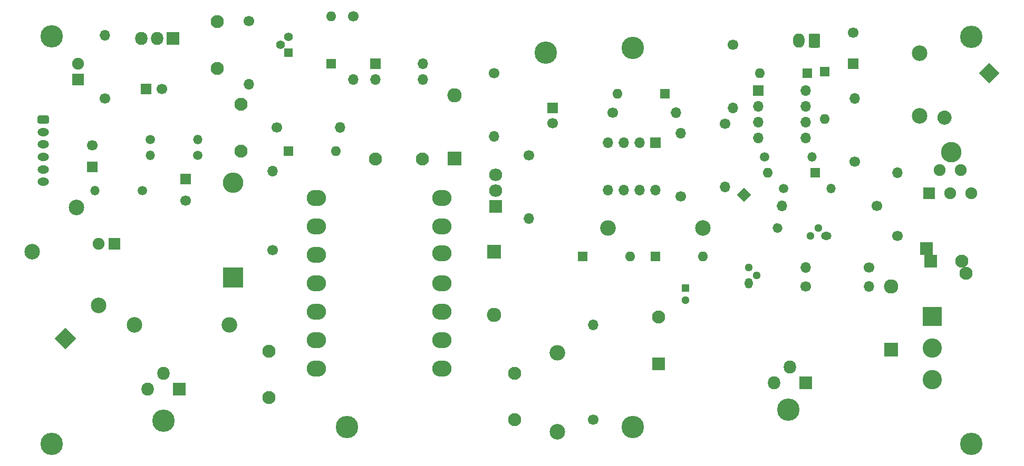
<source format=gbr>
%TF.GenerationSoftware,KiCad,Pcbnew,(5.1.6)-1*%
%TF.CreationDate,2021-01-03T19:19:44+05:30*%
%TF.ProjectId,supplyboard,73757070-6c79-4626-9f61-72642e6b6963,rev?*%
%TF.SameCoordinates,Original*%
%TF.FileFunction,Soldermask,Top*%
%TF.FilePolarity,Negative*%
%FSLAX46Y46*%
G04 Gerber Fmt 4.6, Leading zero omitted, Abs format (unit mm)*
G04 Created by KiCad (PCBNEW (5.1.6)-1) date 2021-01-03 19:19:44*
%MOMM*%
%LPD*%
G01*
G04 APERTURE LIST*
%ADD10O,3.300000X3.300000*%
%ADD11R,3.300000X3.300000*%
%ADD12C,1.700000*%
%ADD13R,1.700000X1.700000*%
%ADD14O,1.700000X1.700000*%
%ADD15O,1.500000X1.500000*%
%ADD16C,1.500000*%
%ADD17O,1.850000X1.300000*%
%ADD18R,1.300000X1.300000*%
%ADD19C,1.300000*%
%ADD20C,0.100000*%
%ADD21C,3.600000*%
%ADD22O,1.600000X1.600000*%
%ADD23R,1.600000X1.600000*%
%ADD24C,2.100000*%
%ADD25R,2.100000X2.100000*%
%ADD26O,3.100000X2.600000*%
%ADD27O,2.500000X2.500000*%
%ADD28C,2.500000*%
%ADD29O,2.300000X2.300000*%
%ADD30R,2.300000X2.300000*%
%ADD31C,1.900000*%
%ADD32R,1.900000X1.900000*%
%ADD33O,2.005000X2.100000*%
%ADD34R,2.005000X2.100000*%
%ADD35C,3.100000*%
%ADD36R,3.100000X3.100000*%
%ADD37O,1.900000X1.900000*%
%ADD38C,3.300000*%
%ADD39O,1.840000X2.290000*%
%ADD40O,1.300000X1.300000*%
%ADD41O,1.700000X1.300000*%
%ADD42R,2.100000X2.005000*%
%ADD43O,2.100000X2.005000*%
%ADD44O,1.300000X1.700000*%
%ADD45C,1.400000*%
%ADD46R,1.400000X1.400000*%
G04 APERTURE END LIST*
D10*
%TO.C,D8*%
X71120000Y-106045000D03*
D11*
X71120000Y-121285000D03*
%TD*%
D12*
%TO.C,C20*%
X63500000Y-108910000D03*
D13*
X63500000Y-105410000D03*
%TD*%
D14*
%TO.C,R19*%
X77470000Y-104140000D03*
D12*
X77470000Y-116840000D03*
%TD*%
D15*
%TO.C,R25*%
X57785000Y-101600000D03*
D16*
X65405000Y-101600000D03*
%TD*%
D15*
%TO.C,R21*%
X65405000Y-99060000D03*
D16*
X57785000Y-99060000D03*
%TD*%
D15*
%TO.C,R9*%
X48895000Y-107315000D03*
D16*
X56515000Y-107315000D03*
%TD*%
D17*
%TO.C,J2*%
X40640000Y-105885000D03*
X40640000Y-103885000D03*
X40640000Y-101885000D03*
X40640000Y-99885000D03*
X40640000Y-97885000D03*
G36*
G01*
X39985832Y-95235000D02*
X41294168Y-95235000D01*
G75*
G02*
X41565000Y-95505832I0J-270832D01*
G01*
X41565000Y-96264168D01*
G75*
G02*
X41294168Y-96535000I-270832J0D01*
G01*
X39985832Y-96535000D01*
G75*
G02*
X39715000Y-96264168I0J270832D01*
G01*
X39715000Y-95505832D01*
G75*
G02*
X39985832Y-95235000I270832J0D01*
G01*
G37*
%TD*%
D14*
%TO.C,R31*%
X159258000Y-109728000D03*
D12*
X174498000Y-109728000D03*
%TD*%
D15*
%TO.C,R30*%
X167132000Y-106934000D03*
D16*
X159512000Y-106934000D03*
%TD*%
D15*
%TO.C,R36*%
X164084000Y-101854000D03*
D16*
X156464000Y-101854000D03*
%TD*%
D18*
%TO.C,C18*%
X143764000Y-122936000D03*
D19*
X143764000Y-124936000D03*
%TD*%
%TO.C,D3*%
G36*
G01*
X186160968Y-94763032D02*
X186160968Y-94763032D01*
G75*
G02*
X186160968Y-96389378I-813173J-813173D01*
G01*
X186160968Y-96389378D01*
G75*
G02*
X184534622Y-96389378I-813173J813173D01*
G01*
X184534622Y-96389378D01*
G75*
G02*
X184534622Y-94763032I813173J813173D01*
G01*
X184534622Y-94763032D01*
G75*
G02*
X186160968Y-94763032I813173J-813173D01*
G01*
G37*
D20*
G36*
X192532000Y-86765654D02*
G01*
X194158346Y-88392000D01*
X192532000Y-90018346D01*
X190905654Y-88392000D01*
X192532000Y-86765654D01*
G37*
%TD*%
D21*
%TO.C,REF\u002A\u002A*%
X42025000Y-82500000D03*
%TD*%
%TO.C,REF\u002A\u002A*%
X189665000Y-82550000D03*
%TD*%
%TO.C,REF\u002A\u002A*%
X189675000Y-148005000D03*
%TD*%
%TO.C,REF\u002A\u002A*%
X160274000Y-142494000D03*
%TD*%
%TO.C,REF\u002A\u002A*%
X89408000Y-145288000D03*
%TD*%
%TO.C,REF\u002A\u002A*%
X42025000Y-148005000D03*
%TD*%
D13*
%TO.C,C21*%
X48514000Y-103505000D03*
D12*
X48514000Y-100005000D03*
%TD*%
D22*
%TO.C,ZD*%
X146558000Y-117856000D03*
D23*
X138938000Y-117856000D03*
%TD*%
D24*
%TO.C,C4*%
X188806144Y-120618000D03*
D25*
X182461856Y-116618000D03*
D24*
X188134000Y-118618000D03*
D25*
X183134000Y-118618000D03*
%TD*%
D26*
%TO.C,T1*%
X84455000Y-113030000D03*
X84455000Y-122174000D03*
X84455000Y-135890000D03*
X104648000Y-122174000D03*
X104648000Y-113030000D03*
X104648000Y-108458000D03*
X104648000Y-126746000D03*
X84455000Y-131318000D03*
X84455000Y-126746000D03*
X104648000Y-131318000D03*
X84455000Y-117602000D03*
X84455000Y-108458000D03*
X104648000Y-117348000D03*
X104648000Y-135890000D03*
%TD*%
D23*
%TO.C,D2*%
X127254000Y-117856000D03*
D22*
X134874000Y-117856000D03*
%TD*%
%TO.C,D7*%
X132842000Y-91694000D03*
D23*
X140462000Y-91694000D03*
%TD*%
%TO.C,D10*%
X166116000Y-88138000D03*
D22*
X166116000Y-95758000D03*
%TD*%
D23*
%TO.C,D9*%
X163322000Y-88392000D03*
D22*
X155702000Y-88392000D03*
%TD*%
%TO.C,D14*%
X156972000Y-104394000D03*
D23*
X164592000Y-104394000D03*
%TD*%
D20*
%TO.C,D13*%
G36*
X152030629Y-107950000D02*
G01*
X153162000Y-106818629D01*
X154293371Y-107950000D01*
X153162000Y-109081371D01*
X152030629Y-107950000D01*
G37*
G36*
G01*
X157984469Y-112772469D02*
X157984469Y-112772469D01*
G75*
G02*
X159115839Y-112772469I565685J-565685D01*
G01*
X159115839Y-112772469D01*
G75*
G02*
X159115839Y-113903839I-565685J-565685D01*
G01*
X159115839Y-113903839D01*
G75*
G02*
X157984469Y-113903839I-565685J565685D01*
G01*
X157984469Y-113903839D01*
G75*
G02*
X157984469Y-112772469I565685J565685D01*
G01*
G37*
%TD*%
D27*
%TO.C,R4*%
X131318000Y-113284000D03*
D28*
X146558000Y-113284000D03*
%TD*%
D29*
%TO.C,D4*%
X113030000Y-127254000D03*
D30*
X113030000Y-117094000D03*
%TD*%
D31*
%TO.C,LED1*%
X49530000Y-115824000D03*
D32*
X52070000Y-115824000D03*
%TD*%
D31*
%TO.C,LED2*%
X46228000Y-86868000D03*
D32*
X46228000Y-89408000D03*
%TD*%
D33*
%TO.C,Q2*%
X57404000Y-139192000D03*
X59944000Y-136652000D03*
D34*
X62484000Y-139192000D03*
%TD*%
D33*
%TO.C,Q1*%
X157988000Y-138176000D03*
X160528000Y-135636000D03*
D34*
X163068000Y-138176000D03*
%TD*%
D29*
%TO.C,D1*%
X176784000Y-122682000D03*
D30*
X176784000Y-132842000D03*
%TD*%
D29*
%TO.C,D6*%
X106680000Y-91948000D03*
D30*
X106680000Y-102108000D03*
%TD*%
D14*
%TO.C,R42*%
X177800000Y-104394000D03*
D12*
X177800000Y-114554000D03*
%TD*%
D35*
%TO.C,J1*%
X183388000Y-137668000D03*
X183388000Y-132588000D03*
D36*
X183388000Y-127508000D03*
%TD*%
D27*
%TO.C,R2*%
X70485000Y-128905000D03*
D28*
X55245000Y-128905000D03*
%TD*%
%TO.C,L1*%
X45933068Y-110022932D03*
X38862000Y-117094000D03*
%TD*%
%TO.C,L2*%
X181356000Y-85250000D03*
X181356000Y-95250000D03*
%TD*%
D37*
%TO.C,U6*%
X189680000Y-107696000D03*
X187980000Y-103996000D03*
X186280000Y-107696000D03*
X184580000Y-103996000D03*
D32*
X182880000Y-107696000D03*
%TD*%
D12*
%TO.C,C8*%
X170688000Y-81868000D03*
D13*
X170688000Y-86868000D03*
%TD*%
D14*
%TO.C,R45*%
X170942000Y-92456000D03*
D12*
X170942000Y-102616000D03*
%TD*%
D14*
%TO.C,R27*%
X142240000Y-94742000D03*
D12*
X132080000Y-94742000D03*
%TD*%
%TO.C,C3*%
X122428000Y-96480000D03*
D13*
X122428000Y-93980000D03*
%TD*%
D14*
%TO.C,R46*%
X163068000Y-119634000D03*
D12*
X173228000Y-119634000D03*
%TD*%
D14*
%TO.C,R47*%
X173228000Y-122682000D03*
D12*
X163068000Y-122682000D03*
%TD*%
D21*
%TO.C,REF\u002A\u002A*%
X135255000Y-145288000D03*
%TD*%
%TO.C,REF\u002A\u002A*%
X135255000Y-84328000D03*
%TD*%
%TO.C,REF\u002A\u002A*%
X121285000Y-85090000D03*
%TD*%
%TO.C,REF\u002A\u002A*%
X59944000Y-144272000D03*
%TD*%
D14*
%TO.C,R12*%
X50546000Y-82296000D03*
D12*
X50546000Y-92456000D03*
%TD*%
%TO.C,C16*%
X59650000Y-90932000D03*
D13*
X57150000Y-90932000D03*
%TD*%
D24*
%TO.C,C12*%
X68580000Y-80130000D03*
X68580000Y-87630000D03*
%TD*%
D14*
%TO.C,R14*%
X143002000Y-98044000D03*
D12*
X143002000Y-108204000D03*
%TD*%
D14*
%TO.C,R29*%
X150114000Y-106680000D03*
D12*
X150114000Y-96520000D03*
%TD*%
D14*
%TO.C,R28*%
X151384000Y-93980000D03*
D12*
X151384000Y-83820000D03*
%TD*%
D14*
%TO.C,R20*%
X88265000Y-97155000D03*
D12*
X78105000Y-97155000D03*
%TD*%
D14*
%TO.C,R18*%
X113030000Y-98552000D03*
D12*
X113030000Y-88392000D03*
%TD*%
D14*
%TO.C,R5*%
X118618000Y-111760000D03*
D12*
X118618000Y-101600000D03*
%TD*%
D14*
%TO.C,R16*%
X90424000Y-89408000D03*
D12*
X90424000Y-79248000D03*
%TD*%
D14*
%TO.C,R17*%
X73660000Y-90170000D03*
D12*
X73660000Y-80010000D03*
%TD*%
D28*
%TO.C,C19*%
X49499301Y-125760699D03*
D20*
G36*
X44196000Y-132831767D02*
G01*
X42428233Y-131064000D01*
X44196000Y-129296233D01*
X45963767Y-131064000D01*
X44196000Y-132831767D01*
G37*
%TD*%
D38*
%TO.C,REF\u002A\u002A*%
X186436000Y-101092000D03*
%TD*%
D24*
%TO.C,C1*%
X116332000Y-144152000D03*
X116332000Y-136652000D03*
%TD*%
%TO.C,C2*%
X76835000Y-133096000D03*
X76835000Y-140596000D03*
%TD*%
%TO.C,C5*%
X139446000Y-127628000D03*
D25*
X139446000Y-135128000D03*
%TD*%
D24*
%TO.C,C10*%
X93980000Y-102235000D03*
X101480000Y-102235000D03*
%TD*%
%TO.C,C13*%
X72390000Y-93465000D03*
X72390000Y-100965000D03*
%TD*%
D22*
%TO.C,D5*%
X86868000Y-79248000D03*
D23*
X86868000Y-86868000D03*
%TD*%
%TO.C,D11*%
X80010000Y-100965000D03*
D22*
X87630000Y-100965000D03*
%TD*%
%TO.C,J3*%
G36*
G01*
X165385000Y-82304367D02*
X165385000Y-84065633D01*
G75*
G02*
X165120633Y-84330000I-264367J0D01*
G01*
X163809367Y-84330000D01*
G75*
G02*
X163545000Y-84065633I0J264367D01*
G01*
X163545000Y-82304367D01*
G75*
G02*
X163809367Y-82040000I264367J0D01*
G01*
X165120633Y-82040000D01*
G75*
G02*
X165385000Y-82304367I0J-264367D01*
G01*
G37*
D39*
X161925000Y-83185000D03*
%TD*%
D40*
%TO.C,Q3*%
X163830000Y-114554000D03*
X165100000Y-113284000D03*
D41*
X166370000Y-114554000D03*
%TD*%
D42*
%TO.C,Q4*%
X113284000Y-109855000D03*
D43*
X113284000Y-107315000D03*
X113284000Y-104775000D03*
%TD*%
D44*
%TO.C,Q5*%
X153924000Y-122174000D03*
D40*
X155194000Y-120904000D03*
X153924000Y-119634000D03*
%TD*%
D12*
%TO.C,R3*%
X128905000Y-144145000D03*
D14*
X128905000Y-128905000D03*
%TD*%
D27*
%TO.C,R6*%
X123190000Y-133350000D03*
D28*
X123190000Y-146050000D03*
%TD*%
D13*
%TO.C,U1*%
X93980000Y-86868000D03*
D14*
X101600000Y-89408000D03*
X93980000Y-89408000D03*
X101600000Y-86868000D03*
%TD*%
D13*
%TO.C,U2*%
X138938000Y-99568000D03*
D14*
X131318000Y-107188000D03*
X136398000Y-99568000D03*
X133858000Y-107188000D03*
X133858000Y-99568000D03*
X136398000Y-107188000D03*
X131318000Y-99568000D03*
X138938000Y-107188000D03*
%TD*%
D45*
%TO.C,U3*%
X78740000Y-83820000D03*
X80010000Y-82550000D03*
D46*
X80010000Y-85090000D03*
%TD*%
D34*
%TO.C,U4*%
X61468000Y-82804000D03*
D33*
X58928000Y-82804000D03*
X56388000Y-82804000D03*
%TD*%
D14*
%TO.C,U5*%
X163068000Y-91186000D03*
X155448000Y-98806000D03*
X163068000Y-93726000D03*
X155448000Y-96266000D03*
X163068000Y-96266000D03*
X155448000Y-93726000D03*
X163068000Y-98806000D03*
D13*
X155448000Y-91186000D03*
%TD*%
M02*

</source>
